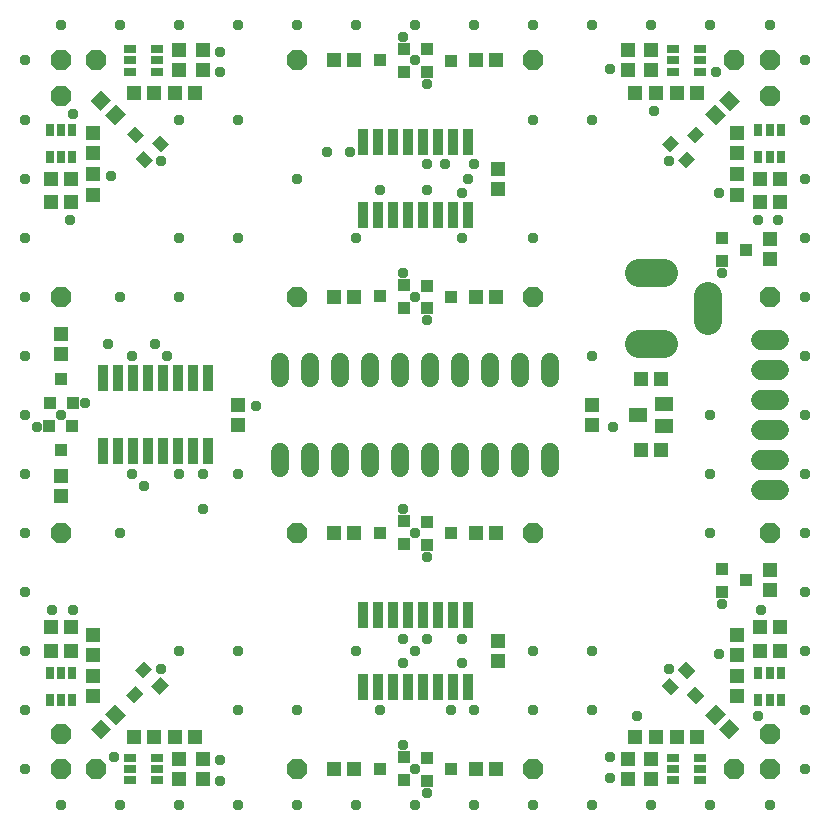
<source format=gbr>
G04 EAGLE Gerber RS-274X export*
G75*
%MOMM*%
%FSLAX34Y34*%
%LPD*%
%INSoldermask Bottom*%
%IPPOS*%
%AMOC8*
5,1,8,0,0,1.08239X$1,22.5*%
G01*
%ADD10R,1.303200X1.203200*%
%ADD11R,1.203200X1.303200*%
%ADD12R,1.603200X1.203200*%
%ADD13R,0.863600X2.235200*%
%ADD14C,2.387600*%
%ADD15P,1.869504X8X202.500000*%
%ADD16C,1.727200*%
%ADD17R,0.990600X1.092200*%
%ADD18R,1.092200X0.990600*%
%ADD19R,1.103200X0.803200*%
%ADD20R,0.803200X1.103200*%
%ADD21C,1.524000*%
%ADD22C,0.959600*%


D10*
X558500Y380000D03*
X541500Y380000D03*
X558500Y320000D03*
X541500Y320000D03*
D11*
X500000Y341500D03*
X500000Y358500D03*
X420000Y158500D03*
X420000Y141500D03*
X420000Y558500D03*
X420000Y541500D03*
X200000Y358500D03*
X200000Y341500D03*
D12*
X539000Y350000D03*
X561000Y340500D03*
X561000Y359500D03*
D13*
X394450Y119266D03*
X394450Y180734D03*
X381750Y119266D03*
X369050Y119266D03*
X381750Y180734D03*
X369050Y180734D03*
X356350Y119266D03*
X356350Y180734D03*
X343650Y119266D03*
X343650Y180734D03*
X330950Y119266D03*
X318250Y119266D03*
X330950Y180734D03*
X318250Y180734D03*
X305550Y119266D03*
X305550Y180734D03*
X394450Y519266D03*
X394450Y580734D03*
X381750Y519266D03*
X369050Y519266D03*
X381750Y580734D03*
X369050Y580734D03*
X356350Y519266D03*
X356350Y580734D03*
X343650Y519266D03*
X343650Y580734D03*
X330950Y519266D03*
X318250Y519266D03*
X330950Y580734D03*
X318250Y580734D03*
X305550Y519266D03*
X305550Y580734D03*
X174450Y319266D03*
X174450Y380734D03*
X161750Y319266D03*
X149050Y319266D03*
X161750Y380734D03*
X149050Y380734D03*
X136350Y319266D03*
X136350Y380734D03*
X123650Y319266D03*
X123650Y380734D03*
X110950Y319266D03*
X98250Y319266D03*
X110950Y380734D03*
X98250Y380734D03*
X85550Y319266D03*
X85550Y380734D03*
D14*
X598000Y429078D02*
X598000Y450922D01*
X560922Y470000D02*
X539078Y470000D01*
X539078Y410000D02*
X560922Y410000D01*
D15*
X50000Y50000D03*
X250000Y450000D03*
X450000Y450000D03*
X650000Y450000D03*
X50000Y650000D03*
X250000Y650000D03*
X450000Y650000D03*
X650000Y650000D03*
X80000Y50000D03*
X650000Y80000D03*
X620000Y650000D03*
X250000Y50000D03*
X50000Y620000D03*
X50000Y80000D03*
X620000Y50000D03*
X650000Y620000D03*
X80000Y650000D03*
D16*
X642380Y286500D02*
X657620Y286500D01*
X657620Y311900D02*
X642380Y311900D01*
X642380Y337300D02*
X657620Y337300D01*
X657620Y362700D02*
X642380Y362700D01*
X642380Y388100D02*
X657620Y388100D01*
X657620Y413500D02*
X642380Y413500D01*
D15*
X450000Y50000D03*
X650000Y50000D03*
X50000Y250000D03*
X250000Y250000D03*
X450000Y250000D03*
X650000Y250000D03*
X50000Y450000D03*
D11*
G36*
X87149Y96363D02*
X95657Y104871D01*
X104871Y95657D01*
X96363Y87149D01*
X87149Y96363D01*
G37*
G36*
X75129Y84343D02*
X83637Y92851D01*
X92851Y83637D01*
X84343Y75129D01*
X75129Y84343D01*
G37*
X298500Y450000D03*
X281500Y450000D03*
X401500Y450000D03*
X418500Y450000D03*
D10*
X650000Y498500D03*
X650000Y481500D03*
D11*
G36*
X96363Y612851D02*
X104871Y604343D01*
X95657Y595129D01*
X87149Y603637D01*
X96363Y612851D01*
G37*
G36*
X84343Y624871D02*
X92851Y616363D01*
X83637Y607149D01*
X75129Y615657D01*
X84343Y624871D01*
G37*
X298500Y650000D03*
X281500Y650000D03*
X401500Y650000D03*
X418500Y650000D03*
G36*
X612851Y603637D02*
X604343Y595129D01*
X595129Y604343D01*
X603637Y612851D01*
X612851Y603637D01*
G37*
G36*
X624871Y615657D02*
X616363Y607149D01*
X607149Y616363D01*
X615657Y624871D01*
X624871Y615657D01*
G37*
D10*
X150000Y41500D03*
X150000Y58500D03*
D11*
X658500Y150000D03*
X641500Y150000D03*
D10*
X550000Y658500D03*
X550000Y641500D03*
D11*
X298500Y50000D03*
X281500Y50000D03*
X41500Y550000D03*
X58500Y550000D03*
X58500Y150000D03*
X41500Y150000D03*
D10*
X550000Y58500D03*
X550000Y41500D03*
D11*
X641500Y550000D03*
X658500Y550000D03*
D10*
X150000Y641500D03*
X150000Y658500D03*
D11*
X401500Y50000D03*
X418500Y50000D03*
G36*
X603637Y87149D02*
X595129Y95657D01*
X604343Y104871D01*
X612851Y96363D01*
X603637Y87149D01*
G37*
G36*
X615657Y75129D02*
X607149Y83637D01*
X616363Y92851D01*
X624871Y84343D01*
X615657Y75129D01*
G37*
D10*
X50000Y298500D03*
X50000Y281500D03*
D11*
X298500Y250000D03*
X281500Y250000D03*
X401500Y250000D03*
X418500Y250000D03*
D10*
X650000Y201500D03*
X650000Y218500D03*
X50000Y401500D03*
X50000Y418500D03*
D17*
G36*
X120539Y141552D02*
X127543Y134548D01*
X119821Y126826D01*
X112817Y133830D01*
X120539Y141552D01*
G37*
G36*
X134189Y127902D02*
X141193Y120898D01*
X133471Y113176D01*
X126467Y120180D01*
X134189Y127902D01*
G37*
G36*
X112995Y120358D02*
X119999Y113354D01*
X112277Y105632D01*
X105273Y112636D01*
X112995Y120358D01*
G37*
D18*
X340160Y459906D03*
X340160Y440602D03*
X319840Y450254D03*
X359840Y440094D03*
X359840Y459398D03*
X380160Y449746D03*
X609840Y480094D03*
X609840Y499398D03*
X630160Y489746D03*
D17*
G36*
X141552Y579461D02*
X134548Y572457D01*
X126826Y580179D01*
X133830Y587183D01*
X141552Y579461D01*
G37*
G36*
X127902Y565811D02*
X120898Y558807D01*
X113176Y566529D01*
X120180Y573533D01*
X127902Y565811D01*
G37*
G36*
X120358Y587005D02*
X113354Y580001D01*
X105632Y587723D01*
X112636Y594727D01*
X120358Y587005D01*
G37*
D18*
X340160Y659906D03*
X340160Y640602D03*
X319840Y650254D03*
X359840Y640094D03*
X359840Y659398D03*
X380160Y649746D03*
D17*
G36*
X579461Y558448D02*
X572457Y565452D01*
X580179Y573174D01*
X587183Y566170D01*
X579461Y558448D01*
G37*
G36*
X565811Y572098D02*
X558807Y579102D01*
X566529Y586824D01*
X573533Y579820D01*
X565811Y572098D01*
G37*
G36*
X587005Y579642D02*
X580001Y586646D01*
X587723Y594368D01*
X594727Y587364D01*
X587005Y579642D01*
G37*
D19*
X131500Y59500D03*
X131500Y50000D03*
X131500Y40500D03*
X108500Y40500D03*
X108500Y50000D03*
X108500Y59500D03*
D20*
X640500Y131500D03*
X650000Y131500D03*
X659500Y131500D03*
X659500Y108500D03*
X650000Y108500D03*
X640500Y108500D03*
D19*
X568500Y640500D03*
X568500Y650000D03*
X568500Y659500D03*
X591500Y659500D03*
X591500Y650000D03*
X591500Y640500D03*
D18*
X340160Y59906D03*
X340160Y40602D03*
X319840Y50254D03*
D20*
X59500Y568500D03*
X50000Y568500D03*
X40500Y568500D03*
X40500Y591500D03*
X50000Y591500D03*
X59500Y591500D03*
X40500Y131500D03*
X50000Y131500D03*
X59500Y131500D03*
X59500Y108500D03*
X50000Y108500D03*
X40500Y108500D03*
D19*
X568500Y40500D03*
X568500Y50000D03*
X568500Y59500D03*
X591500Y59500D03*
X591500Y50000D03*
X591500Y40500D03*
D20*
X659500Y568500D03*
X650000Y568500D03*
X640500Y568500D03*
X640500Y591500D03*
X650000Y591500D03*
X659500Y591500D03*
D19*
X131500Y659500D03*
X131500Y650000D03*
X131500Y640500D03*
X108500Y640500D03*
X108500Y650000D03*
X108500Y659500D03*
D18*
X359840Y40094D03*
X359840Y59398D03*
X380160Y49746D03*
D17*
G36*
X558448Y120539D02*
X565452Y127543D01*
X573174Y119821D01*
X566170Y112817D01*
X558448Y120539D01*
G37*
G36*
X572098Y134189D02*
X579102Y141193D01*
X586824Y133471D01*
X579820Y126467D01*
X572098Y134189D01*
G37*
G36*
X579642Y112995D02*
X586646Y119999D01*
X594368Y112277D01*
X587364Y105273D01*
X579642Y112995D01*
G37*
X40094Y340160D03*
X59398Y340160D03*
X49746Y319840D03*
D18*
X340160Y259906D03*
X340160Y240602D03*
X319840Y250254D03*
X359840Y240094D03*
X359840Y259398D03*
X380160Y249746D03*
X609840Y200094D03*
X609840Y219398D03*
X630160Y209746D03*
D17*
X59906Y359840D03*
X40602Y359840D03*
X50254Y380160D03*
D21*
X464300Y318504D02*
X464300Y305296D01*
X438900Y305296D02*
X438900Y318504D01*
X311900Y318504D02*
X311900Y305296D01*
X286500Y305296D02*
X286500Y318504D01*
X413500Y318504D02*
X413500Y305296D01*
X388100Y305296D02*
X388100Y318504D01*
X337300Y318504D02*
X337300Y305296D01*
X362700Y305296D02*
X362700Y318504D01*
X261100Y318504D02*
X261100Y305296D01*
X235700Y305296D02*
X235700Y318504D01*
X235700Y381496D02*
X235700Y394704D01*
X261100Y394704D02*
X261100Y381496D01*
X286500Y381496D02*
X286500Y394704D01*
X311900Y394704D02*
X311900Y381496D01*
X337300Y381496D02*
X337300Y394704D01*
X362700Y394704D02*
X362700Y381496D01*
X388100Y381496D02*
X388100Y394704D01*
X413500Y394704D02*
X413500Y381496D01*
X438900Y381496D02*
X438900Y394704D01*
X464300Y394704D02*
X464300Y381496D01*
D11*
X111500Y77500D03*
X128500Y77500D03*
D10*
X622500Y111500D03*
X622500Y128500D03*
D11*
X588500Y622500D03*
X571500Y622500D03*
D10*
X77500Y588500D03*
X77500Y571500D03*
X77500Y111500D03*
X77500Y128500D03*
D11*
X588500Y77500D03*
X571500Y77500D03*
D10*
X622500Y588500D03*
X622500Y571500D03*
D11*
X111500Y622500D03*
X128500Y622500D03*
X163500Y77500D03*
X146500Y77500D03*
D10*
X622500Y163500D03*
X622500Y146500D03*
D11*
X536500Y622500D03*
X553500Y622500D03*
D10*
X77500Y536500D03*
X77500Y553500D03*
X77500Y146500D03*
X77500Y163500D03*
D11*
X553500Y77500D03*
X536500Y77500D03*
D10*
X622500Y553500D03*
X622500Y536500D03*
D11*
X146500Y622500D03*
X163500Y622500D03*
X170000Y58500D03*
X170000Y41500D03*
D10*
X641500Y170000D03*
X658500Y170000D03*
D11*
X530000Y641500D03*
X530000Y658500D03*
D10*
X58500Y530000D03*
X41500Y530000D03*
X41500Y170000D03*
X58500Y170000D03*
D11*
X530000Y41500D03*
X530000Y58500D03*
D10*
X658500Y530000D03*
X641500Y530000D03*
D11*
X170000Y658500D03*
X170000Y641500D03*
D22*
X60000Y185000D03*
X185000Y40000D03*
X515000Y60000D03*
X640000Y515000D03*
X185000Y640000D03*
X20000Y100000D03*
X20000Y50000D03*
X50000Y20000D03*
X100000Y20000D03*
X150000Y20000D03*
X200000Y20000D03*
X250000Y20000D03*
X300000Y20000D03*
X350000Y20000D03*
X400000Y20000D03*
X450000Y20000D03*
X500000Y20000D03*
X550000Y20000D03*
X600000Y20000D03*
X650000Y20000D03*
X680000Y50000D03*
X680000Y100000D03*
X680000Y150000D03*
X680000Y200000D03*
X680000Y250000D03*
X680000Y300000D03*
X680000Y350000D03*
X680000Y400000D03*
X680000Y450000D03*
X680000Y500000D03*
X680000Y550000D03*
X680000Y600000D03*
X680000Y650000D03*
X650000Y680000D03*
X600000Y680000D03*
X550000Y680000D03*
X500000Y680000D03*
X450000Y680000D03*
X400000Y680000D03*
X350000Y680000D03*
X300000Y680000D03*
X250000Y680000D03*
X200000Y680000D03*
X150000Y680000D03*
X100000Y680000D03*
X50000Y680000D03*
X20000Y650000D03*
X20000Y600000D03*
X20000Y550000D03*
X20000Y500000D03*
X20000Y450000D03*
X20000Y400000D03*
X20000Y350000D03*
X20000Y300000D03*
X20000Y250000D03*
X20000Y200000D03*
X20000Y150000D03*
X100000Y250000D03*
X150000Y150000D03*
X200000Y150000D03*
X200000Y100000D03*
X250000Y100000D03*
X450000Y100000D03*
X500000Y100000D03*
X500000Y150000D03*
X450000Y150000D03*
X400000Y100000D03*
X600000Y250000D03*
X150000Y450000D03*
X100000Y450000D03*
X200000Y500000D03*
X250000Y550000D03*
X200000Y600000D03*
X450000Y600000D03*
X500000Y600000D03*
X450000Y500000D03*
X500000Y400000D03*
X600000Y350000D03*
X600000Y300000D03*
X200000Y300000D03*
X300000Y150000D03*
X300000Y500000D03*
X150000Y500000D03*
X150000Y600000D03*
X350000Y250000D03*
X350000Y450000D03*
X350000Y650000D03*
X350000Y50000D03*
X50000Y350000D03*
X95000Y60000D03*
X640000Y95000D03*
X605000Y640000D03*
X60000Y605000D03*
X42500Y185000D03*
X185000Y57500D03*
X515000Y42500D03*
X642500Y185000D03*
X657500Y515000D03*
X515000Y642500D03*
X185000Y657500D03*
X57500Y515000D03*
X215000Y357500D03*
X517500Y340000D03*
X360000Y230000D03*
X340000Y160000D03*
X610000Y190000D03*
X320000Y100000D03*
X340000Y270000D03*
X340000Y140000D03*
X30000Y340000D03*
X350000Y150000D03*
X565000Y135000D03*
X390000Y160000D03*
X360000Y30000D03*
X380000Y100000D03*
X340000Y70000D03*
X390000Y140000D03*
X135000Y135000D03*
X360000Y160000D03*
X360000Y630000D03*
X360000Y562500D03*
X565000Y565000D03*
X320000Y540000D03*
X340000Y670000D03*
X375000Y562500D03*
X135000Y565000D03*
X360000Y540000D03*
X610000Y470000D03*
X395000Y550000D03*
X360000Y430000D03*
X390000Y537500D03*
X340000Y470000D03*
X390000Y500000D03*
X70000Y360000D03*
X400000Y562500D03*
X110000Y300000D03*
X607500Y537500D03*
X120000Y290000D03*
X537500Y95000D03*
X170000Y300000D03*
X552500Y607500D03*
X170000Y270000D03*
X607500Y147500D03*
X295000Y572500D03*
X275000Y572500D03*
X150000Y300000D03*
X92500Y552500D03*
X140000Y400000D03*
X130000Y410000D03*
X110000Y400000D03*
X90000Y410000D03*
M02*

</source>
